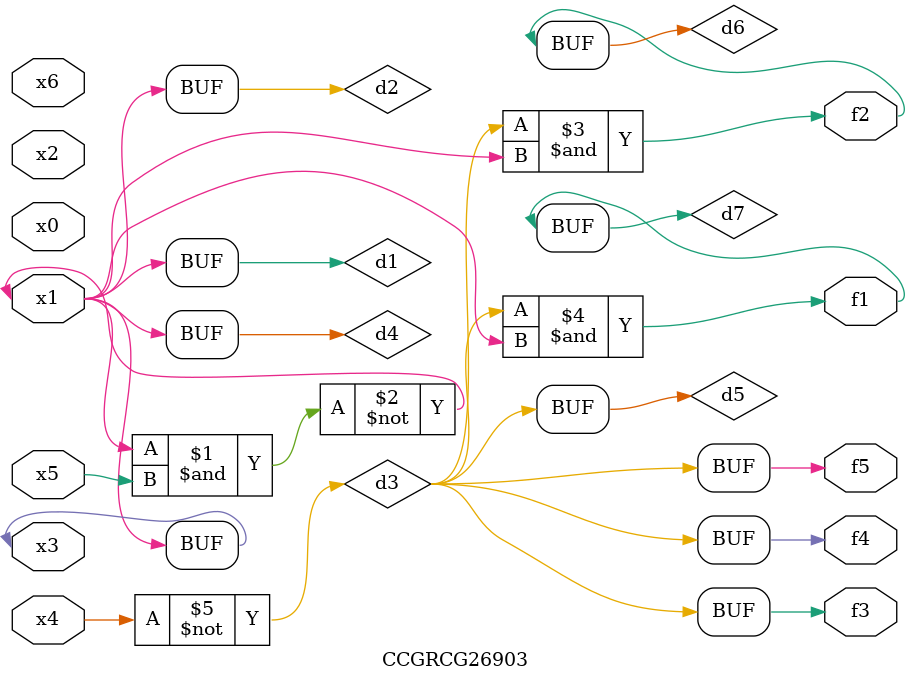
<source format=v>
module CCGRCG26903(
	input x0, x1, x2, x3, x4, x5, x6,
	output f1, f2, f3, f4, f5
);

	wire d1, d2, d3, d4, d5, d6, d7;

	buf (d1, x1, x3);
	nand (d2, x1, x5);
	not (d3, x4);
	buf (d4, d1, d2);
	buf (d5, d3);
	and (d6, d3, d4);
	and (d7, d3, d4);
	assign f1 = d7;
	assign f2 = d6;
	assign f3 = d5;
	assign f4 = d5;
	assign f5 = d5;
endmodule

</source>
